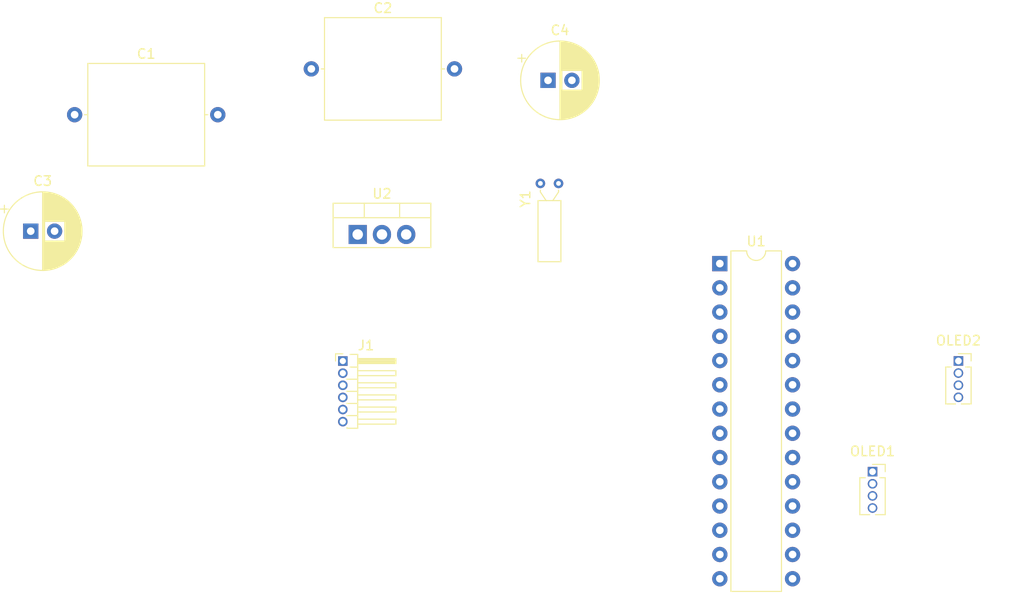
<source format=kicad_pcb>
(kicad_pcb (version 20171130) (host pcbnew 5.1.2-1.fc30)

  (general
    (thickness 1.6)
    (drawings 0)
    (tracks 0)
    (zones 0)
    (modules 10)
    (nets 13)
  )

  (page A4)
  (layers
    (0 F.Cu signal)
    (31 B.Cu signal)
    (32 B.Adhes user)
    (33 F.Adhes user)
    (34 B.Paste user)
    (35 F.Paste user)
    (36 B.SilkS user)
    (37 F.SilkS user)
    (38 B.Mask user)
    (39 F.Mask user)
    (40 Dwgs.User user)
    (41 Cmts.User user)
    (42 Eco1.User user)
    (43 Eco2.User user)
    (44 Edge.Cuts user)
    (45 Margin user)
    (46 B.CrtYd user)
    (47 F.CrtYd user)
    (48 B.Fab user)
    (49 F.Fab user)
  )

  (setup
    (last_trace_width 0.25)
    (trace_clearance 0.2)
    (zone_clearance 0.508)
    (zone_45_only no)
    (trace_min 0.2)
    (via_size 0.8)
    (via_drill 0.4)
    (via_min_size 0.4)
    (via_min_drill 0.3)
    (uvia_size 0.3)
    (uvia_drill 0.1)
    (uvias_allowed no)
    (uvia_min_size 0.2)
    (uvia_min_drill 0.1)
    (edge_width 0.05)
    (segment_width 0.2)
    (pcb_text_width 0.3)
    (pcb_text_size 1.5 1.5)
    (mod_edge_width 0.12)
    (mod_text_size 1 1)
    (mod_text_width 0.15)
    (pad_size 1.524 1.524)
    (pad_drill 0.762)
    (pad_to_mask_clearance 0.051)
    (solder_mask_min_width 0.25)
    (aux_axis_origin 0 0)
    (visible_elements FFFFFF7F)
    (pcbplotparams
      (layerselection 0x010fc_ffffffff)
      (usegerberextensions false)
      (usegerberattributes false)
      (usegerberadvancedattributes false)
      (creategerberjobfile false)
      (excludeedgelayer true)
      (linewidth 0.100000)
      (plotframeref false)
      (viasonmask false)
      (mode 1)
      (useauxorigin false)
      (hpglpennumber 1)
      (hpglpenspeed 20)
      (hpglpendiameter 15.000000)
      (psnegative false)
      (psa4output false)
      (plotreference true)
      (plotvalue true)
      (plotinvisibletext false)
      (padsonsilk false)
      (subtractmaskfromsilk false)
      (outputformat 1)
      (mirror false)
      (drillshape 1)
      (scaleselection 1)
      (outputdirectory ""))
  )

  (net 0 "")
  (net 1 "Net-(C1-Pad2)")
  (net 2 GND)
  (net 3 "Net-(C2-Pad2)")
  (net 4 5v)
  (net 5 3v3)
  (net 6 TX)
  (net 7 RX)
  (net 8 RTS)
  (net 9 SDA1)
  (net 10 SCL1)
  (net 11 SDA2)
  (net 12 SCL2)

  (net_class Default "This is the default net class."
    (clearance 0.2)
    (trace_width 0.25)
    (via_dia 0.8)
    (via_drill 0.4)
    (uvia_dia 0.3)
    (uvia_drill 0.1)
    (add_net 3v3)
    (add_net 5v)
    (add_net CTS)
    (add_net GND)
    (add_net "Net-(C1-Pad2)")
    (add_net "Net-(C2-Pad2)")
    (add_net "Net-(U1-Pad11)")
    (add_net "Net-(U1-Pad12)")
    (add_net "Net-(U1-Pad13)")
    (add_net "Net-(U1-Pad14)")
    (add_net "Net-(U1-Pad15)")
    (add_net "Net-(U1-Pad16)")
    (add_net "Net-(U1-Pad17)")
    (add_net "Net-(U1-Pad18)")
    (add_net "Net-(U1-Pad19)")
    (add_net "Net-(U1-Pad21)")
    (add_net "Net-(U1-Pad23)")
    (add_net "Net-(U1-Pad24)")
    (add_net "Net-(U1-Pad4)")
    (add_net "Net-(U1-Pad5)")
    (add_net "Net-(U1-Pad6)")
    (add_net RTS)
    (add_net RX)
    (add_net SCL1)
    (add_net SCL2)
    (add_net SDA1)
    (add_net SDA2)
    (add_net TX)
  )

  (module Crystal:Crystal_DS26_D2.0mm_L6.0mm_Horizontal (layer F.Cu) (tedit 5A0FD1B2) (tstamp 5D16734F)
    (at 134.8 77.2)
    (descr "Crystal THT DS26 6.0mm length 2.0mm diameter http://www.microcrystal.com/images/_Product-Documentation/03_TF_metal_Packages/01_Datasheet/DS-Series.pdf")
    (tags ['DS26'])
    (path /5D1C6EA4)
    (fp_text reference Y1 (at -1.57 1.625 90) (layer F.SilkS)
      (effects (font (size 1 1) (thickness 0.15)))
    )
    (fp_text value 16MHz (at 3.47 1.625 90) (layer F.Fab)
      (effects (font (size 1 1) (thickness 0.15)))
    )
    (fp_line (start 2.7 -0.8) (end -0.8 -0.8) (layer F.CrtYd) (width 0.05))
    (fp_line (start 2.7 8.8) (end 2.7 -0.8) (layer F.CrtYd) (width 0.05))
    (fp_line (start -0.8 8.8) (end 2.7 8.8) (layer F.CrtYd) (width 0.05))
    (fp_line (start -0.8 -0.8) (end -0.8 8.8) (layer F.CrtYd) (width 0.05))
    (fp_line (start 1.9 0.9) (end 1.9 0.7) (layer F.SilkS) (width 0.12))
    (fp_line (start 1.3 1.8) (end 1.9 0.9) (layer F.SilkS) (width 0.12))
    (fp_line (start 0 0.9) (end 0 0.7) (layer F.SilkS) (width 0.12))
    (fp_line (start 0.6 1.8) (end 0 0.9) (layer F.SilkS) (width 0.12))
    (fp_line (start 2.15 1.8) (end -0.25 1.8) (layer F.SilkS) (width 0.12))
    (fp_line (start 2.15 8.2) (end 2.15 1.8) (layer F.SilkS) (width 0.12))
    (fp_line (start -0.25 8.2) (end 2.15 8.2) (layer F.SilkS) (width 0.12))
    (fp_line (start -0.25 1.8) (end -0.25 8.2) (layer F.SilkS) (width 0.12))
    (fp_line (start 1.9 1) (end 1.9 0) (layer F.Fab) (width 0.1))
    (fp_line (start 1.3 2) (end 1.9 1) (layer F.Fab) (width 0.1))
    (fp_line (start 0 1) (end 0 0) (layer F.Fab) (width 0.1))
    (fp_line (start 0.6 2) (end 0 1) (layer F.Fab) (width 0.1))
    (fp_line (start 1.95 2) (end -0.05 2) (layer F.Fab) (width 0.1))
    (fp_line (start 1.95 8) (end 1.95 2) (layer F.Fab) (width 0.1))
    (fp_line (start -0.05 8) (end 1.95 8) (layer F.Fab) (width 0.1))
    (fp_line (start -0.05 2) (end -0.05 8) (layer F.Fab) (width 0.1))
    (fp_text user %R (at 1 4.75 90) (layer F.Fab)
      (effects (font (size 0.7 0.7) (thickness 0.105)))
    )
    (pad 2 thru_hole circle (at 1.9 0) (size 1 1) (drill 0.5) (layers *.Cu *.Mask)
      (net 1 "Net-(C1-Pad2)"))
    (pad 1 thru_hole circle (at 0 0) (size 1 1) (drill 0.5) (layers *.Cu *.Mask)
      (net 3 "Net-(C2-Pad2)"))
    (model ${KISYS3DMOD}/Crystal.3dshapes/Crystal_DS26_D2.0mm_L6.0mm_Horizontal.wrl
      (at (xyz 0 0 0))
      (scale (xyz 1 1 1))
      (rotate (xyz 0 0 0))
    )
  )

  (module Package_TO_SOT_THT:TO-220-3_Vertical (layer F.Cu) (tedit 5AC8BA0D) (tstamp 5D167334)
    (at 115.66 82.55)
    (descr "TO-220-3, Vertical, RM 2.54mm, see https://www.vishay.com/docs/66542/to-220-1.pdf")
    (tags "TO-220-3 Vertical RM 2.54mm")
    (path /5D1815C8)
    (fp_text reference U2 (at 2.54 -4.27) (layer F.SilkS)
      (effects (font (size 1 1) (thickness 0.15)))
    )
    (fp_text value LM1117-3.3 (at 2.54 2.5) (layer F.Fab)
      (effects (font (size 1 1) (thickness 0.15)))
    )
    (fp_text user %R (at 2.54 -4.27) (layer F.Fab)
      (effects (font (size 1 1) (thickness 0.15)))
    )
    (fp_line (start 7.79 -3.4) (end -2.71 -3.4) (layer F.CrtYd) (width 0.05))
    (fp_line (start 7.79 1.51) (end 7.79 -3.4) (layer F.CrtYd) (width 0.05))
    (fp_line (start -2.71 1.51) (end 7.79 1.51) (layer F.CrtYd) (width 0.05))
    (fp_line (start -2.71 -3.4) (end -2.71 1.51) (layer F.CrtYd) (width 0.05))
    (fp_line (start 4.391 -3.27) (end 4.391 -1.76) (layer F.SilkS) (width 0.12))
    (fp_line (start 0.69 -3.27) (end 0.69 -1.76) (layer F.SilkS) (width 0.12))
    (fp_line (start -2.58 -1.76) (end 7.66 -1.76) (layer F.SilkS) (width 0.12))
    (fp_line (start 7.66 -3.27) (end 7.66 1.371) (layer F.SilkS) (width 0.12))
    (fp_line (start -2.58 -3.27) (end -2.58 1.371) (layer F.SilkS) (width 0.12))
    (fp_line (start -2.58 1.371) (end 7.66 1.371) (layer F.SilkS) (width 0.12))
    (fp_line (start -2.58 -3.27) (end 7.66 -3.27) (layer F.SilkS) (width 0.12))
    (fp_line (start 4.39 -3.15) (end 4.39 -1.88) (layer F.Fab) (width 0.1))
    (fp_line (start 0.69 -3.15) (end 0.69 -1.88) (layer F.Fab) (width 0.1))
    (fp_line (start -2.46 -1.88) (end 7.54 -1.88) (layer F.Fab) (width 0.1))
    (fp_line (start 7.54 -3.15) (end -2.46 -3.15) (layer F.Fab) (width 0.1))
    (fp_line (start 7.54 1.25) (end 7.54 -3.15) (layer F.Fab) (width 0.1))
    (fp_line (start -2.46 1.25) (end 7.54 1.25) (layer F.Fab) (width 0.1))
    (fp_line (start -2.46 -3.15) (end -2.46 1.25) (layer F.Fab) (width 0.1))
    (pad 3 thru_hole oval (at 5.08 0) (size 1.905 2) (drill 1.1) (layers *.Cu *.Mask)
      (net 4 5v))
    (pad 2 thru_hole oval (at 2.54 0) (size 1.905 2) (drill 1.1) (layers *.Cu *.Mask)
      (net 5 3v3))
    (pad 1 thru_hole rect (at 0 0) (size 1.905 2) (drill 1.1) (layers *.Cu *.Mask)
      (net 2 GND))
    (model ${KISYS3DMOD}/Package_TO_SOT_THT.3dshapes/TO-220-3_Vertical.wrl
      (at (xyz 0 0 0))
      (scale (xyz 1 1 1))
      (rotate (xyz 0 0 0))
    )
  )

  (module Package_DIP:DIP-28_W7.62mm (layer F.Cu) (tedit 5A02E8C5) (tstamp 5D16731A)
    (at 153.6 85.6)
    (descr "28-lead though-hole mounted DIP package, row spacing 7.62 mm (300 mils)")
    (tags "THT DIP DIL PDIP 2.54mm 7.62mm 300mil")
    (path /5D187C47)
    (fp_text reference U1 (at 3.81 -2.33) (layer F.SilkS)
      (effects (font (size 1 1) (thickness 0.15)))
    )
    (fp_text value ATmega328-PU (at 3.81 35.35) (layer F.Fab)
      (effects (font (size 1 1) (thickness 0.15)))
    )
    (fp_text user %R (at 3.81 16.51) (layer F.Fab)
      (effects (font (size 1 1) (thickness 0.15)))
    )
    (fp_line (start 8.7 -1.55) (end -1.1 -1.55) (layer F.CrtYd) (width 0.05))
    (fp_line (start 8.7 34.55) (end 8.7 -1.55) (layer F.CrtYd) (width 0.05))
    (fp_line (start -1.1 34.55) (end 8.7 34.55) (layer F.CrtYd) (width 0.05))
    (fp_line (start -1.1 -1.55) (end -1.1 34.55) (layer F.CrtYd) (width 0.05))
    (fp_line (start 6.46 -1.33) (end 4.81 -1.33) (layer F.SilkS) (width 0.12))
    (fp_line (start 6.46 34.35) (end 6.46 -1.33) (layer F.SilkS) (width 0.12))
    (fp_line (start 1.16 34.35) (end 6.46 34.35) (layer F.SilkS) (width 0.12))
    (fp_line (start 1.16 -1.33) (end 1.16 34.35) (layer F.SilkS) (width 0.12))
    (fp_line (start 2.81 -1.33) (end 1.16 -1.33) (layer F.SilkS) (width 0.12))
    (fp_line (start 0.635 -0.27) (end 1.635 -1.27) (layer F.Fab) (width 0.1))
    (fp_line (start 0.635 34.29) (end 0.635 -0.27) (layer F.Fab) (width 0.1))
    (fp_line (start 6.985 34.29) (end 0.635 34.29) (layer F.Fab) (width 0.1))
    (fp_line (start 6.985 -1.27) (end 6.985 34.29) (layer F.Fab) (width 0.1))
    (fp_line (start 1.635 -1.27) (end 6.985 -1.27) (layer F.Fab) (width 0.1))
    (fp_arc (start 3.81 -1.33) (end 2.81 -1.33) (angle -180) (layer F.SilkS) (width 0.12))
    (pad 28 thru_hole oval (at 7.62 0) (size 1.6 1.6) (drill 0.8) (layers *.Cu *.Mask)
      (net 12 SCL2))
    (pad 14 thru_hole oval (at 0 33.02) (size 1.6 1.6) (drill 0.8) (layers *.Cu *.Mask))
    (pad 27 thru_hole oval (at 7.62 2.54) (size 1.6 1.6) (drill 0.8) (layers *.Cu *.Mask)
      (net 11 SDA2))
    (pad 13 thru_hole oval (at 0 30.48) (size 1.6 1.6) (drill 0.8) (layers *.Cu *.Mask))
    (pad 26 thru_hole oval (at 7.62 5.08) (size 1.6 1.6) (drill 0.8) (layers *.Cu *.Mask)
      (net 10 SCL1))
    (pad 12 thru_hole oval (at 0 27.94) (size 1.6 1.6) (drill 0.8) (layers *.Cu *.Mask))
    (pad 25 thru_hole oval (at 7.62 7.62) (size 1.6 1.6) (drill 0.8) (layers *.Cu *.Mask)
      (net 9 SDA1))
    (pad 11 thru_hole oval (at 0 25.4) (size 1.6 1.6) (drill 0.8) (layers *.Cu *.Mask))
    (pad 24 thru_hole oval (at 7.62 10.16) (size 1.6 1.6) (drill 0.8) (layers *.Cu *.Mask))
    (pad 10 thru_hole oval (at 0 22.86) (size 1.6 1.6) (drill 0.8) (layers *.Cu *.Mask)
      (net 3 "Net-(C2-Pad2)"))
    (pad 23 thru_hole oval (at 7.62 12.7) (size 1.6 1.6) (drill 0.8) (layers *.Cu *.Mask))
    (pad 9 thru_hole oval (at 0 20.32) (size 1.6 1.6) (drill 0.8) (layers *.Cu *.Mask)
      (net 1 "Net-(C1-Pad2)"))
    (pad 22 thru_hole oval (at 7.62 15.24) (size 1.6 1.6) (drill 0.8) (layers *.Cu *.Mask)
      (net 2 GND))
    (pad 8 thru_hole oval (at 0 17.78) (size 1.6 1.6) (drill 0.8) (layers *.Cu *.Mask)
      (net 2 GND))
    (pad 21 thru_hole oval (at 7.62 17.78) (size 1.6 1.6) (drill 0.8) (layers *.Cu *.Mask))
    (pad 7 thru_hole oval (at 0 15.24) (size 1.6 1.6) (drill 0.8) (layers *.Cu *.Mask)
      (net 5 3v3))
    (pad 20 thru_hole oval (at 7.62 20.32) (size 1.6 1.6) (drill 0.8) (layers *.Cu *.Mask)
      (net 5 3v3))
    (pad 6 thru_hole oval (at 0 12.7) (size 1.6 1.6) (drill 0.8) (layers *.Cu *.Mask))
    (pad 19 thru_hole oval (at 7.62 22.86) (size 1.6 1.6) (drill 0.8) (layers *.Cu *.Mask))
    (pad 5 thru_hole oval (at 0 10.16) (size 1.6 1.6) (drill 0.8) (layers *.Cu *.Mask))
    (pad 18 thru_hole oval (at 7.62 25.4) (size 1.6 1.6) (drill 0.8) (layers *.Cu *.Mask))
    (pad 4 thru_hole oval (at 0 7.62) (size 1.6 1.6) (drill 0.8) (layers *.Cu *.Mask))
    (pad 17 thru_hole oval (at 7.62 27.94) (size 1.6 1.6) (drill 0.8) (layers *.Cu *.Mask))
    (pad 3 thru_hole oval (at 0 5.08) (size 1.6 1.6) (drill 0.8) (layers *.Cu *.Mask)
      (net 6 TX))
    (pad 16 thru_hole oval (at 7.62 30.48) (size 1.6 1.6) (drill 0.8) (layers *.Cu *.Mask))
    (pad 2 thru_hole oval (at 0 2.54) (size 1.6 1.6) (drill 0.8) (layers *.Cu *.Mask)
      (net 7 RX))
    (pad 15 thru_hole oval (at 7.62 33.02) (size 1.6 1.6) (drill 0.8) (layers *.Cu *.Mask))
    (pad 1 thru_hole rect (at 0 0) (size 1.6 1.6) (drill 0.8) (layers *.Cu *.Mask)
      (net 8 RTS))
    (model ${KISYS3DMOD}/Package_DIP.3dshapes/DIP-28_W7.62mm.wrl
      (at (xyz 0 0 0))
      (scale (xyz 1 1 1))
      (rotate (xyz 0 0 0))
    )
  )

  (module Connector_PinSocket_1.27mm:PinSocket_1x04_P1.27mm_Vertical (layer F.Cu) (tedit 5A19A420) (tstamp 5D1672EA)
    (at 178.6 95.8)
    (descr "Through hole straight socket strip, 1x04, 1.27mm pitch, single row (from Kicad 4.0.7), script generated")
    (tags "Through hole socket strip THT 1x04 1.27mm single row")
    (path /5C548570)
    (fp_text reference OLED2 (at 0 -2.135) (layer F.SilkS)
      (effects (font (size 1 1) (thickness 0.15)))
    )
    (fp_text value SH1106_I2C_OLED (at 0 5.945) (layer F.Fab)
      (effects (font (size 1 1) (thickness 0.15)))
    )
    (fp_text user %R (at 0 1.905 90) (layer F.Fab)
      (effects (font (size 1 1) (thickness 0.15)))
    )
    (fp_line (start -1.8 4.95) (end -1.8 -1.15) (layer F.CrtYd) (width 0.05))
    (fp_line (start 1.75 4.95) (end -1.8 4.95) (layer F.CrtYd) (width 0.05))
    (fp_line (start 1.75 -1.15) (end 1.75 4.95) (layer F.CrtYd) (width 0.05))
    (fp_line (start -1.8 -1.15) (end 1.75 -1.15) (layer F.CrtYd) (width 0.05))
    (fp_line (start 0 -0.76) (end 1.33 -0.76) (layer F.SilkS) (width 0.12))
    (fp_line (start 1.33 -0.76) (end 1.33 0) (layer F.SilkS) (width 0.12))
    (fp_line (start 1.33 0.635) (end 1.33 4.505) (layer F.SilkS) (width 0.12))
    (fp_line (start 0.30753 4.505) (end 1.33 4.505) (layer F.SilkS) (width 0.12))
    (fp_line (start -1.33 4.505) (end -0.30753 4.505) (layer F.SilkS) (width 0.12))
    (fp_line (start -1.33 0.635) (end -1.33 4.505) (layer F.SilkS) (width 0.12))
    (fp_line (start 0.76 0.635) (end 1.33 0.635) (layer F.SilkS) (width 0.12))
    (fp_line (start -1.33 0.635) (end -0.76 0.635) (layer F.SilkS) (width 0.12))
    (fp_line (start -1.27 4.445) (end -1.27 -0.635) (layer F.Fab) (width 0.1))
    (fp_line (start 1.27 4.445) (end -1.27 4.445) (layer F.Fab) (width 0.1))
    (fp_line (start 1.27 0) (end 1.27 4.445) (layer F.Fab) (width 0.1))
    (fp_line (start 0.635 -0.635) (end 1.27 0) (layer F.Fab) (width 0.1))
    (fp_line (start -1.27 -0.635) (end 0.635 -0.635) (layer F.Fab) (width 0.1))
    (pad 4 thru_hole oval (at 0 3.81) (size 1 1) (drill 0.7) (layers *.Cu *.Mask)
      (net 11 SDA2))
    (pad 3 thru_hole oval (at 0 2.54) (size 1 1) (drill 0.7) (layers *.Cu *.Mask)
      (net 12 SCL2))
    (pad 2 thru_hole oval (at 0 1.27) (size 1 1) (drill 0.7) (layers *.Cu *.Mask)
      (net 2 GND))
    (pad 1 thru_hole rect (at 0 0) (size 1 1) (drill 0.7) (layers *.Cu *.Mask)
      (net 5 3v3))
    (model ${KISYS3DMOD}/Connector_PinSocket_1.27mm.3dshapes/PinSocket_1x04_P1.27mm_Vertical.wrl
      (at (xyz 0 0 0))
      (scale (xyz 1 1 1))
      (rotate (xyz 0 0 0))
    )
  )

  (module Connector_PinSocket_1.27mm:PinSocket_1x04_P1.27mm_Vertical (layer F.Cu) (tedit 5A19A420) (tstamp 5D167DAF)
    (at 169.6 107.4)
    (descr "Through hole straight socket strip, 1x04, 1.27mm pitch, single row (from Kicad 4.0.7), script generated")
    (tags "Through hole socket strip THT 1x04 1.27mm single row")
    (path /5D168B9C)
    (fp_text reference OLED1 (at 0 -2.135) (layer F.SilkS)
      (effects (font (size 1 1) (thickness 0.15)))
    )
    (fp_text value SH1106_I2C_OLED (at 0 5.945) (layer F.Fab)
      (effects (font (size 1 1) (thickness 0.15)))
    )
    (fp_text user %R (at 0 1.905 90) (layer F.Fab)
      (effects (font (size 1 1) (thickness 0.15)))
    )
    (fp_line (start -1.8 4.95) (end -1.8 -1.15) (layer F.CrtYd) (width 0.05))
    (fp_line (start 1.75 4.95) (end -1.8 4.95) (layer F.CrtYd) (width 0.05))
    (fp_line (start 1.75 -1.15) (end 1.75 4.95) (layer F.CrtYd) (width 0.05))
    (fp_line (start -1.8 -1.15) (end 1.75 -1.15) (layer F.CrtYd) (width 0.05))
    (fp_line (start 0 -0.76) (end 1.33 -0.76) (layer F.SilkS) (width 0.12))
    (fp_line (start 1.33 -0.76) (end 1.33 0) (layer F.SilkS) (width 0.12))
    (fp_line (start 1.33 0.635) (end 1.33 4.505) (layer F.SilkS) (width 0.12))
    (fp_line (start 0.30753 4.505) (end 1.33 4.505) (layer F.SilkS) (width 0.12))
    (fp_line (start -1.33 4.505) (end -0.30753 4.505) (layer F.SilkS) (width 0.12))
    (fp_line (start -1.33 0.635) (end -1.33 4.505) (layer F.SilkS) (width 0.12))
    (fp_line (start 0.76 0.635) (end 1.33 0.635) (layer F.SilkS) (width 0.12))
    (fp_line (start -1.33 0.635) (end -0.76 0.635) (layer F.SilkS) (width 0.12))
    (fp_line (start -1.27 4.445) (end -1.27 -0.635) (layer F.Fab) (width 0.1))
    (fp_line (start 1.27 4.445) (end -1.27 4.445) (layer F.Fab) (width 0.1))
    (fp_line (start 1.27 0) (end 1.27 4.445) (layer F.Fab) (width 0.1))
    (fp_line (start 0.635 -0.635) (end 1.27 0) (layer F.Fab) (width 0.1))
    (fp_line (start -1.27 -0.635) (end 0.635 -0.635) (layer F.Fab) (width 0.1))
    (pad 4 thru_hole oval (at 0 3.81) (size 1 1) (drill 0.7) (layers *.Cu *.Mask)
      (net 9 SDA1))
    (pad 3 thru_hole oval (at 0 2.54) (size 1 1) (drill 0.7) (layers *.Cu *.Mask)
      (net 10 SCL1))
    (pad 2 thru_hole oval (at 0 1.27) (size 1 1) (drill 0.7) (layers *.Cu *.Mask)
      (net 2 GND))
    (pad 1 thru_hole rect (at 0 0) (size 1 1) (drill 0.7) (layers *.Cu *.Mask)
      (net 5 3v3))
    (model ${KISYS3DMOD}/Connector_PinSocket_1.27mm.3dshapes/PinSocket_1x04_P1.27mm_Vertical.wrl
      (at (xyz 0 0 0))
      (scale (xyz 1 1 1))
      (rotate (xyz 0 0 0))
    )
  )

  (module Connector_PinHeader_1.27mm:PinHeader_1x06_P1.27mm_Horizontal (layer F.Cu) (tedit 59FED6E3) (tstamp 5D1672B6)
    (at 114.1 95.81)
    (descr "Through hole angled pin header, 1x06, 1.27mm pitch, 4.0mm pin length, single row")
    (tags "Through hole angled pin header THT 1x06 1.27mm single row")
    (path /5D16E4E1)
    (fp_text reference J1 (at 2.4325 -1.635) (layer F.SilkS)
      (effects (font (size 1 1) (thickness 0.15)))
    )
    (fp_text value Serial/FTDI (at 2.4325 7.985) (layer F.Fab)
      (effects (font (size 1 1) (thickness 0.15)))
    )
    (fp_text user %R (at 1 3.175 90) (layer F.Fab)
      (effects (font (size 0.6 0.6) (thickness 0.09)))
    )
    (fp_line (start 6 -1.15) (end -1.15 -1.15) (layer F.CrtYd) (width 0.05))
    (fp_line (start 6 7.5) (end 6 -1.15) (layer F.CrtYd) (width 0.05))
    (fp_line (start -1.15 7.5) (end 6 7.5) (layer F.CrtYd) (width 0.05))
    (fp_line (start -1.15 -1.15) (end -1.15 7.5) (layer F.CrtYd) (width 0.05))
    (fp_line (start -0.76 -0.76) (end 0 -0.76) (layer F.SilkS) (width 0.12))
    (fp_line (start -0.76 0) (end -0.76 -0.76) (layer F.SilkS) (width 0.12))
    (fp_line (start 5.56 6.61) (end 1.56 6.61) (layer F.SilkS) (width 0.12))
    (fp_line (start 5.56 6.09) (end 5.56 6.61) (layer F.SilkS) (width 0.12))
    (fp_line (start 1.56 6.09) (end 5.56 6.09) (layer F.SilkS) (width 0.12))
    (fp_line (start 0.44 5.699677) (end 0.44 5.730323) (layer F.SilkS) (width 0.12))
    (fp_line (start 0.44 5.715) (end 1.56 5.715) (layer F.SilkS) (width 0.12))
    (fp_line (start 5.56 5.34) (end 1.56 5.34) (layer F.SilkS) (width 0.12))
    (fp_line (start 5.56 4.82) (end 5.56 5.34) (layer F.SilkS) (width 0.12))
    (fp_line (start 1.56 4.82) (end 5.56 4.82) (layer F.SilkS) (width 0.12))
    (fp_line (start 0.44 4.429677) (end 0.44 4.460323) (layer F.SilkS) (width 0.12))
    (fp_line (start 0.44 4.445) (end 1.56 4.445) (layer F.SilkS) (width 0.12))
    (fp_line (start 5.56 4.07) (end 1.56 4.07) (layer F.SilkS) (width 0.12))
    (fp_line (start 5.56 3.55) (end 5.56 4.07) (layer F.SilkS) (width 0.12))
    (fp_line (start 1.56 3.55) (end 5.56 3.55) (layer F.SilkS) (width 0.12))
    (fp_line (start 0.44 3.159677) (end 0.44 3.190323) (layer F.SilkS) (width 0.12))
    (fp_line (start 0.44 3.175) (end 1.56 3.175) (layer F.SilkS) (width 0.12))
    (fp_line (start 5.56 2.8) (end 1.56 2.8) (layer F.SilkS) (width 0.12))
    (fp_line (start 5.56 2.28) (end 5.56 2.8) (layer F.SilkS) (width 0.12))
    (fp_line (start 1.56 2.28) (end 5.56 2.28) (layer F.SilkS) (width 0.12))
    (fp_line (start 0.44 1.889677) (end 0.44 1.920323) (layer F.SilkS) (width 0.12))
    (fp_line (start 0.44 1.905) (end 1.56 1.905) (layer F.SilkS) (width 0.12))
    (fp_line (start 5.56 1.53) (end 1.56 1.53) (layer F.SilkS) (width 0.12))
    (fp_line (start 5.56 1.01) (end 5.56 1.53) (layer F.SilkS) (width 0.12))
    (fp_line (start 1.56 1.01) (end 5.56 1.01) (layer F.SilkS) (width 0.12))
    (fp_line (start 0.76 0.635) (end 1.56 0.635) (layer F.SilkS) (width 0.12))
    (fp_line (start 1.56 0.16) (end 5.56 0.16) (layer F.SilkS) (width 0.12))
    (fp_line (start 1.56 0.04) (end 5.56 0.04) (layer F.SilkS) (width 0.12))
    (fp_line (start 1.56 -0.08) (end 5.56 -0.08) (layer F.SilkS) (width 0.12))
    (fp_line (start 1.56 -0.2) (end 5.56 -0.2) (layer F.SilkS) (width 0.12))
    (fp_line (start 5.56 0.26) (end 1.56 0.26) (layer F.SilkS) (width 0.12))
    (fp_line (start 5.56 -0.26) (end 5.56 0.26) (layer F.SilkS) (width 0.12))
    (fp_line (start 1.56 -0.26) (end 5.56 -0.26) (layer F.SilkS) (width 0.12))
    (fp_line (start 0.44 7.045) (end 0.44 6.969677) (layer F.SilkS) (width 0.12))
    (fp_line (start 1.56 7.045) (end 0.44 7.045) (layer F.SilkS) (width 0.12))
    (fp_line (start 1.56 -0.695) (end 1.56 7.045) (layer F.SilkS) (width 0.12))
    (fp_line (start 0.76 -0.695) (end 1.56 -0.695) (layer F.SilkS) (width 0.12))
    (fp_line (start 1.5 6.55) (end 5.5 6.55) (layer F.Fab) (width 0.1))
    (fp_line (start 5.5 6.15) (end 5.5 6.55) (layer F.Fab) (width 0.1))
    (fp_line (start 1.5 6.15) (end 5.5 6.15) (layer F.Fab) (width 0.1))
    (fp_line (start -0.2 6.55) (end 0.5 6.55) (layer F.Fab) (width 0.1))
    (fp_line (start -0.2 6.15) (end -0.2 6.55) (layer F.Fab) (width 0.1))
    (fp_line (start -0.2 6.15) (end 0.5 6.15) (layer F.Fab) (width 0.1))
    (fp_line (start 1.5 5.28) (end 5.5 5.28) (layer F.Fab) (width 0.1))
    (fp_line (start 5.5 4.88) (end 5.5 5.28) (layer F.Fab) (width 0.1))
    (fp_line (start 1.5 4.88) (end 5.5 4.88) (layer F.Fab) (width 0.1))
    (fp_line (start -0.2 5.28) (end 0.5 5.28) (layer F.Fab) (width 0.1))
    (fp_line (start -0.2 4.88) (end -0.2 5.28) (layer F.Fab) (width 0.1))
    (fp_line (start -0.2 4.88) (end 0.5 4.88) (layer F.Fab) (width 0.1))
    (fp_line (start 1.5 4.01) (end 5.5 4.01) (layer F.Fab) (width 0.1))
    (fp_line (start 5.5 3.61) (end 5.5 4.01) (layer F.Fab) (width 0.1))
    (fp_line (start 1.5 3.61) (end 5.5 3.61) (layer F.Fab) (width 0.1))
    (fp_line (start -0.2 4.01) (end 0.5 4.01) (layer F.Fab) (width 0.1))
    (fp_line (start -0.2 3.61) (end -0.2 4.01) (layer F.Fab) (width 0.1))
    (fp_line (start -0.2 3.61) (end 0.5 3.61) (layer F.Fab) (width 0.1))
    (fp_line (start 1.5 2.74) (end 5.5 2.74) (layer F.Fab) (width 0.1))
    (fp_line (start 5.5 2.34) (end 5.5 2.74) (layer F.Fab) (width 0.1))
    (fp_line (start 1.5 2.34) (end 5.5 2.34) (layer F.Fab) (width 0.1))
    (fp_line (start -0.2 2.74) (end 0.5 2.74) (layer F.Fab) (width 0.1))
    (fp_line (start -0.2 2.34) (end -0.2 2.74) (layer F.Fab) (width 0.1))
    (fp_line (start -0.2 2.34) (end 0.5 2.34) (layer F.Fab) (width 0.1))
    (fp_line (start 1.5 1.47) (end 5.5 1.47) (layer F.Fab) (width 0.1))
    (fp_line (start 5.5 1.07) (end 5.5 1.47) (layer F.Fab) (width 0.1))
    (fp_line (start 1.5 1.07) (end 5.5 1.07) (layer F.Fab) (width 0.1))
    (fp_line (start -0.2 1.47) (end 0.5 1.47) (layer F.Fab) (width 0.1))
    (fp_line (start -0.2 1.07) (end -0.2 1.47) (layer F.Fab) (width 0.1))
    (fp_line (start -0.2 1.07) (end 0.5 1.07) (layer F.Fab) (width 0.1))
    (fp_line (start 1.5 0.2) (end 5.5 0.2) (layer F.Fab) (width 0.1))
    (fp_line (start 5.5 -0.2) (end 5.5 0.2) (layer F.Fab) (width 0.1))
    (fp_line (start 1.5 -0.2) (end 5.5 -0.2) (layer F.Fab) (width 0.1))
    (fp_line (start -0.2 0.2) (end 0.5 0.2) (layer F.Fab) (width 0.1))
    (fp_line (start -0.2 -0.2) (end -0.2 0.2) (layer F.Fab) (width 0.1))
    (fp_line (start -0.2 -0.2) (end 0.5 -0.2) (layer F.Fab) (width 0.1))
    (fp_line (start 0.5 -0.385) (end 0.75 -0.635) (layer F.Fab) (width 0.1))
    (fp_line (start 0.5 6.985) (end 0.5 -0.385) (layer F.Fab) (width 0.1))
    (fp_line (start 1.5 6.985) (end 0.5 6.985) (layer F.Fab) (width 0.1))
    (fp_line (start 1.5 -0.635) (end 1.5 6.985) (layer F.Fab) (width 0.1))
    (fp_line (start 0.75 -0.635) (end 1.5 -0.635) (layer F.Fab) (width 0.1))
    (pad 6 thru_hole oval (at 0 6.35) (size 1 1) (drill 0.65) (layers *.Cu *.Mask)
      (net 2 GND))
    (pad 5 thru_hole oval (at 0 5.08) (size 1 1) (drill 0.65) (layers *.Cu *.Mask))
    (pad 4 thru_hole oval (at 0 3.81) (size 1 1) (drill 0.65) (layers *.Cu *.Mask)
      (net 4 5v))
    (pad 3 thru_hole oval (at 0 2.54) (size 1 1) (drill 0.65) (layers *.Cu *.Mask)
      (net 6 TX))
    (pad 2 thru_hole oval (at 0 1.27) (size 1 1) (drill 0.65) (layers *.Cu *.Mask)
      (net 7 RX))
    (pad 1 thru_hole rect (at 0 0) (size 1 1) (drill 0.65) (layers *.Cu *.Mask)
      (net 8 RTS))
    (model ${KISYS3DMOD}/Connector_PinHeader_1.27mm.3dshapes/PinHeader_1x06_P1.27mm_Horizontal.wrl
      (at (xyz 0 0 0))
      (scale (xyz 1 1 1))
      (rotate (xyz 0 0 0))
    )
  )

  (module Capacitor_THT:CP_Radial_D8.0mm_P2.50mm (layer F.Cu) (tedit 5AE50EF0) (tstamp 5D167259)
    (at 135.6 66.4)
    (descr "CP, Radial series, Radial, pin pitch=2.50mm, , diameter=8mm, Electrolytic Capacitor")
    (tags "CP Radial series Radial pin pitch 2.50mm  diameter 8mm Electrolytic Capacitor")
    (path /5D1973B2)
    (fp_text reference C4 (at 1.25 -5.25) (layer F.SilkS)
      (effects (font (size 1 1) (thickness 0.15)))
    )
    (fp_text value C (at 1.25 5.25) (layer F.Fab)
      (effects (font (size 1 1) (thickness 0.15)))
    )
    (fp_text user %R (at 1.25 0) (layer F.Fab)
      (effects (font (size 1 1) (thickness 0.15)))
    )
    (fp_line (start -2.759698 -2.715) (end -2.759698 -1.915) (layer F.SilkS) (width 0.12))
    (fp_line (start -3.159698 -2.315) (end -2.359698 -2.315) (layer F.SilkS) (width 0.12))
    (fp_line (start 5.331 -0.533) (end 5.331 0.533) (layer F.SilkS) (width 0.12))
    (fp_line (start 5.291 -0.768) (end 5.291 0.768) (layer F.SilkS) (width 0.12))
    (fp_line (start 5.251 -0.948) (end 5.251 0.948) (layer F.SilkS) (width 0.12))
    (fp_line (start 5.211 -1.098) (end 5.211 1.098) (layer F.SilkS) (width 0.12))
    (fp_line (start 5.171 -1.229) (end 5.171 1.229) (layer F.SilkS) (width 0.12))
    (fp_line (start 5.131 -1.346) (end 5.131 1.346) (layer F.SilkS) (width 0.12))
    (fp_line (start 5.091 -1.453) (end 5.091 1.453) (layer F.SilkS) (width 0.12))
    (fp_line (start 5.051 -1.552) (end 5.051 1.552) (layer F.SilkS) (width 0.12))
    (fp_line (start 5.011 -1.645) (end 5.011 1.645) (layer F.SilkS) (width 0.12))
    (fp_line (start 4.971 -1.731) (end 4.971 1.731) (layer F.SilkS) (width 0.12))
    (fp_line (start 4.931 -1.813) (end 4.931 1.813) (layer F.SilkS) (width 0.12))
    (fp_line (start 4.891 -1.89) (end 4.891 1.89) (layer F.SilkS) (width 0.12))
    (fp_line (start 4.851 -1.964) (end 4.851 1.964) (layer F.SilkS) (width 0.12))
    (fp_line (start 4.811 -2.034) (end 4.811 2.034) (layer F.SilkS) (width 0.12))
    (fp_line (start 4.771 -2.102) (end 4.771 2.102) (layer F.SilkS) (width 0.12))
    (fp_line (start 4.731 -2.166) (end 4.731 2.166) (layer F.SilkS) (width 0.12))
    (fp_line (start 4.691 -2.228) (end 4.691 2.228) (layer F.SilkS) (width 0.12))
    (fp_line (start 4.651 -2.287) (end 4.651 2.287) (layer F.SilkS) (width 0.12))
    (fp_line (start 4.611 -2.345) (end 4.611 2.345) (layer F.SilkS) (width 0.12))
    (fp_line (start 4.571 -2.4) (end 4.571 2.4) (layer F.SilkS) (width 0.12))
    (fp_line (start 4.531 -2.454) (end 4.531 2.454) (layer F.SilkS) (width 0.12))
    (fp_line (start 4.491 -2.505) (end 4.491 2.505) (layer F.SilkS) (width 0.12))
    (fp_line (start 4.451 -2.556) (end 4.451 2.556) (layer F.SilkS) (width 0.12))
    (fp_line (start 4.411 -2.604) (end 4.411 2.604) (layer F.SilkS) (width 0.12))
    (fp_line (start 4.371 -2.651) (end 4.371 2.651) (layer F.SilkS) (width 0.12))
    (fp_line (start 4.331 -2.697) (end 4.331 2.697) (layer F.SilkS) (width 0.12))
    (fp_line (start 4.291 -2.741) (end 4.291 2.741) (layer F.SilkS) (width 0.12))
    (fp_line (start 4.251 -2.784) (end 4.251 2.784) (layer F.SilkS) (width 0.12))
    (fp_line (start 4.211 -2.826) (end 4.211 2.826) (layer F.SilkS) (width 0.12))
    (fp_line (start 4.171 -2.867) (end 4.171 2.867) (layer F.SilkS) (width 0.12))
    (fp_line (start 4.131 -2.907) (end 4.131 2.907) (layer F.SilkS) (width 0.12))
    (fp_line (start 4.091 -2.945) (end 4.091 2.945) (layer F.SilkS) (width 0.12))
    (fp_line (start 4.051 -2.983) (end 4.051 2.983) (layer F.SilkS) (width 0.12))
    (fp_line (start 4.011 -3.019) (end 4.011 3.019) (layer F.SilkS) (width 0.12))
    (fp_line (start 3.971 -3.055) (end 3.971 3.055) (layer F.SilkS) (width 0.12))
    (fp_line (start 3.931 -3.09) (end 3.931 3.09) (layer F.SilkS) (width 0.12))
    (fp_line (start 3.891 -3.124) (end 3.891 3.124) (layer F.SilkS) (width 0.12))
    (fp_line (start 3.851 -3.156) (end 3.851 3.156) (layer F.SilkS) (width 0.12))
    (fp_line (start 3.811 -3.189) (end 3.811 3.189) (layer F.SilkS) (width 0.12))
    (fp_line (start 3.771 -3.22) (end 3.771 3.22) (layer F.SilkS) (width 0.12))
    (fp_line (start 3.731 -3.25) (end 3.731 3.25) (layer F.SilkS) (width 0.12))
    (fp_line (start 3.691 -3.28) (end 3.691 3.28) (layer F.SilkS) (width 0.12))
    (fp_line (start 3.651 -3.309) (end 3.651 3.309) (layer F.SilkS) (width 0.12))
    (fp_line (start 3.611 -3.338) (end 3.611 3.338) (layer F.SilkS) (width 0.12))
    (fp_line (start 3.571 -3.365) (end 3.571 3.365) (layer F.SilkS) (width 0.12))
    (fp_line (start 3.531 1.04) (end 3.531 3.392) (layer F.SilkS) (width 0.12))
    (fp_line (start 3.531 -3.392) (end 3.531 -1.04) (layer F.SilkS) (width 0.12))
    (fp_line (start 3.491 1.04) (end 3.491 3.418) (layer F.SilkS) (width 0.12))
    (fp_line (start 3.491 -3.418) (end 3.491 -1.04) (layer F.SilkS) (width 0.12))
    (fp_line (start 3.451 1.04) (end 3.451 3.444) (layer F.SilkS) (width 0.12))
    (fp_line (start 3.451 -3.444) (end 3.451 -1.04) (layer F.SilkS) (width 0.12))
    (fp_line (start 3.411 1.04) (end 3.411 3.469) (layer F.SilkS) (width 0.12))
    (fp_line (start 3.411 -3.469) (end 3.411 -1.04) (layer F.SilkS) (width 0.12))
    (fp_line (start 3.371 1.04) (end 3.371 3.493) (layer F.SilkS) (width 0.12))
    (fp_line (start 3.371 -3.493) (end 3.371 -1.04) (layer F.SilkS) (width 0.12))
    (fp_line (start 3.331 1.04) (end 3.331 3.517) (layer F.SilkS) (width 0.12))
    (fp_line (start 3.331 -3.517) (end 3.331 -1.04) (layer F.SilkS) (width 0.12))
    (fp_line (start 3.291 1.04) (end 3.291 3.54) (layer F.SilkS) (width 0.12))
    (fp_line (start 3.291 -3.54) (end 3.291 -1.04) (layer F.SilkS) (width 0.12))
    (fp_line (start 3.251 1.04) (end 3.251 3.562) (layer F.SilkS) (width 0.12))
    (fp_line (start 3.251 -3.562) (end 3.251 -1.04) (layer F.SilkS) (width 0.12))
    (fp_line (start 3.211 1.04) (end 3.211 3.584) (layer F.SilkS) (width 0.12))
    (fp_line (start 3.211 -3.584) (end 3.211 -1.04) (layer F.SilkS) (width 0.12))
    (fp_line (start 3.171 1.04) (end 3.171 3.606) (layer F.SilkS) (width 0.12))
    (fp_line (start 3.171 -3.606) (end 3.171 -1.04) (layer F.SilkS) (width 0.12))
    (fp_line (start 3.131 1.04) (end 3.131 3.627) (layer F.SilkS) (width 0.12))
    (fp_line (start 3.131 -3.627) (end 3.131 -1.04) (layer F.SilkS) (width 0.12))
    (fp_line (start 3.091 1.04) (end 3.091 3.647) (layer F.SilkS) (width 0.12))
    (fp_line (start 3.091 -3.647) (end 3.091 -1.04) (layer F.SilkS) (width 0.12))
    (fp_line (start 3.051 1.04) (end 3.051 3.666) (layer F.SilkS) (width 0.12))
    (fp_line (start 3.051 -3.666) (end 3.051 -1.04) (layer F.SilkS) (width 0.12))
    (fp_line (start 3.011 1.04) (end 3.011 3.686) (layer F.SilkS) (width 0.12))
    (fp_line (start 3.011 -3.686) (end 3.011 -1.04) (layer F.SilkS) (width 0.12))
    (fp_line (start 2.971 1.04) (end 2.971 3.704) (layer F.SilkS) (width 0.12))
    (fp_line (start 2.971 -3.704) (end 2.971 -1.04) (layer F.SilkS) (width 0.12))
    (fp_line (start 2.931 1.04) (end 2.931 3.722) (layer F.SilkS) (width 0.12))
    (fp_line (start 2.931 -3.722) (end 2.931 -1.04) (layer F.SilkS) (width 0.12))
    (fp_line (start 2.891 1.04) (end 2.891 3.74) (layer F.SilkS) (width 0.12))
    (fp_line (start 2.891 -3.74) (end 2.891 -1.04) (layer F.SilkS) (width 0.12))
    (fp_line (start 2.851 1.04) (end 2.851 3.757) (layer F.SilkS) (width 0.12))
    (fp_line (start 2.851 -3.757) (end 2.851 -1.04) (layer F.SilkS) (width 0.12))
    (fp_line (start 2.811 1.04) (end 2.811 3.774) (layer F.SilkS) (width 0.12))
    (fp_line (start 2.811 -3.774) (end 2.811 -1.04) (layer F.SilkS) (width 0.12))
    (fp_line (start 2.771 1.04) (end 2.771 3.79) (layer F.SilkS) (width 0.12))
    (fp_line (start 2.771 -3.79) (end 2.771 -1.04) (layer F.SilkS) (width 0.12))
    (fp_line (start 2.731 1.04) (end 2.731 3.805) (layer F.SilkS) (width 0.12))
    (fp_line (start 2.731 -3.805) (end 2.731 -1.04) (layer F.SilkS) (width 0.12))
    (fp_line (start 2.691 1.04) (end 2.691 3.821) (layer F.SilkS) (width 0.12))
    (fp_line (start 2.691 -3.821) (end 2.691 -1.04) (layer F.SilkS) (width 0.12))
    (fp_line (start 2.651 1.04) (end 2.651 3.835) (layer F.SilkS) (width 0.12))
    (fp_line (start 2.651 -3.835) (end 2.651 -1.04) (layer F.SilkS) (width 0.12))
    (fp_line (start 2.611 1.04) (end 2.611 3.85) (layer F.SilkS) (width 0.12))
    (fp_line (start 2.611 -3.85) (end 2.611 -1.04) (layer F.SilkS) (width 0.12))
    (fp_line (start 2.571 1.04) (end 2.571 3.863) (layer F.SilkS) (width 0.12))
    (fp_line (start 2.571 -3.863) (end 2.571 -1.04) (layer F.SilkS) (width 0.12))
    (fp_line (start 2.531 1.04) (end 2.531 3.877) (layer F.SilkS) (width 0.12))
    (fp_line (start 2.531 -3.877) (end 2.531 -1.04) (layer F.SilkS) (width 0.12))
    (fp_line (start 2.491 1.04) (end 2.491 3.889) (layer F.SilkS) (width 0.12))
    (fp_line (start 2.491 -3.889) (end 2.491 -1.04) (layer F.SilkS) (width 0.12))
    (fp_line (start 2.451 1.04) (end 2.451 3.902) (layer F.SilkS) (width 0.12))
    (fp_line (start 2.451 -3.902) (end 2.451 -1.04) (layer F.SilkS) (width 0.12))
    (fp_line (start 2.411 1.04) (end 2.411 3.914) (layer F.SilkS) (width 0.12))
    (fp_line (start 2.411 -3.914) (end 2.411 -1.04) (layer F.SilkS) (width 0.12))
    (fp_line (start 2.371 1.04) (end 2.371 3.925) (layer F.SilkS) (width 0.12))
    (fp_line (start 2.371 -3.925) (end 2.371 -1.04) (layer F.SilkS) (width 0.12))
    (fp_line (start 2.331 1.04) (end 2.331 3.936) (layer F.SilkS) (width 0.12))
    (fp_line (start 2.331 -3.936) (end 2.331 -1.04) (layer F.SilkS) (width 0.12))
    (fp_line (start 2.291 1.04) (end 2.291 3.947) (layer F.SilkS) (width 0.12))
    (fp_line (start 2.291 -3.947) (end 2.291 -1.04) (layer F.SilkS) (width 0.12))
    (fp_line (start 2.251 1.04) (end 2.251 3.957) (layer F.SilkS) (width 0.12))
    (fp_line (start 2.251 -3.957) (end 2.251 -1.04) (layer F.SilkS) (width 0.12))
    (fp_line (start 2.211 1.04) (end 2.211 3.967) (layer F.SilkS) (width 0.12))
    (fp_line (start 2.211 -3.967) (end 2.211 -1.04) (layer F.SilkS) (width 0.12))
    (fp_line (start 2.171 1.04) (end 2.171 3.976) (layer F.SilkS) (width 0.12))
    (fp_line (start 2.171 -3.976) (end 2.171 -1.04) (layer F.SilkS) (width 0.12))
    (fp_line (start 2.131 1.04) (end 2.131 3.985) (layer F.SilkS) (width 0.12))
    (fp_line (start 2.131 -3.985) (end 2.131 -1.04) (layer F.SilkS) (width 0.12))
    (fp_line (start 2.091 1.04) (end 2.091 3.994) (layer F.SilkS) (width 0.12))
    (fp_line (start 2.091 -3.994) (end 2.091 -1.04) (layer F.SilkS) (width 0.12))
    (fp_line (start 2.051 1.04) (end 2.051 4.002) (layer F.SilkS) (width 0.12))
    (fp_line (start 2.051 -4.002) (end 2.051 -1.04) (layer F.SilkS) (width 0.12))
    (fp_line (start 2.011 1.04) (end 2.011 4.01) (layer F.SilkS) (width 0.12))
    (fp_line (start 2.011 -4.01) (end 2.011 -1.04) (layer F.SilkS) (width 0.12))
    (fp_line (start 1.971 1.04) (end 1.971 4.017) (layer F.SilkS) (width 0.12))
    (fp_line (start 1.971 -4.017) (end 1.971 -1.04) (layer F.SilkS) (width 0.12))
    (fp_line (start 1.93 1.04) (end 1.93 4.024) (layer F.SilkS) (width 0.12))
    (fp_line (start 1.93 -4.024) (end 1.93 -1.04) (layer F.SilkS) (width 0.12))
    (fp_line (start 1.89 1.04) (end 1.89 4.03) (layer F.SilkS) (width 0.12))
    (fp_line (start 1.89 -4.03) (end 1.89 -1.04) (layer F.SilkS) (width 0.12))
    (fp_line (start 1.85 1.04) (end 1.85 4.037) (layer F.SilkS) (width 0.12))
    (fp_line (start 1.85 -4.037) (end 1.85 -1.04) (layer F.SilkS) (width 0.12))
    (fp_line (start 1.81 1.04) (end 1.81 4.042) (layer F.SilkS) (width 0.12))
    (fp_line (start 1.81 -4.042) (end 1.81 -1.04) (layer F.SilkS) (width 0.12))
    (fp_line (start 1.77 1.04) (end 1.77 4.048) (layer F.SilkS) (width 0.12))
    (fp_line (start 1.77 -4.048) (end 1.77 -1.04) (layer F.SilkS) (width 0.12))
    (fp_line (start 1.73 1.04) (end 1.73 4.052) (layer F.SilkS) (width 0.12))
    (fp_line (start 1.73 -4.052) (end 1.73 -1.04) (layer F.SilkS) (width 0.12))
    (fp_line (start 1.69 1.04) (end 1.69 4.057) (layer F.SilkS) (width 0.12))
    (fp_line (start 1.69 -4.057) (end 1.69 -1.04) (layer F.SilkS) (width 0.12))
    (fp_line (start 1.65 1.04) (end 1.65 4.061) (layer F.SilkS) (width 0.12))
    (fp_line (start 1.65 -4.061) (end 1.65 -1.04) (layer F.SilkS) (width 0.12))
    (fp_line (start 1.61 1.04) (end 1.61 4.065) (layer F.SilkS) (width 0.12))
    (fp_line (start 1.61 -4.065) (end 1.61 -1.04) (layer F.SilkS) (width 0.12))
    (fp_line (start 1.57 1.04) (end 1.57 4.068) (layer F.SilkS) (width 0.12))
    (fp_line (start 1.57 -4.068) (end 1.57 -1.04) (layer F.SilkS) (width 0.12))
    (fp_line (start 1.53 1.04) (end 1.53 4.071) (layer F.SilkS) (width 0.12))
    (fp_line (start 1.53 -4.071) (end 1.53 -1.04) (layer F.SilkS) (width 0.12))
    (fp_line (start 1.49 1.04) (end 1.49 4.074) (layer F.SilkS) (width 0.12))
    (fp_line (start 1.49 -4.074) (end 1.49 -1.04) (layer F.SilkS) (width 0.12))
    (fp_line (start 1.45 -4.076) (end 1.45 4.076) (layer F.SilkS) (width 0.12))
    (fp_line (start 1.41 -4.077) (end 1.41 4.077) (layer F.SilkS) (width 0.12))
    (fp_line (start 1.37 -4.079) (end 1.37 4.079) (layer F.SilkS) (width 0.12))
    (fp_line (start 1.33 -4.08) (end 1.33 4.08) (layer F.SilkS) (width 0.12))
    (fp_line (start 1.29 -4.08) (end 1.29 4.08) (layer F.SilkS) (width 0.12))
    (fp_line (start 1.25 -4.08) (end 1.25 4.08) (layer F.SilkS) (width 0.12))
    (fp_line (start -1.776759 -2.1475) (end -1.776759 -1.3475) (layer F.Fab) (width 0.1))
    (fp_line (start -2.176759 -1.7475) (end -1.376759 -1.7475) (layer F.Fab) (width 0.1))
    (fp_circle (center 1.25 0) (end 5.5 0) (layer F.CrtYd) (width 0.05))
    (fp_circle (center 1.25 0) (end 5.37 0) (layer F.SilkS) (width 0.12))
    (fp_circle (center 1.25 0) (end 5.25 0) (layer F.Fab) (width 0.1))
    (pad 2 thru_hole circle (at 2.5 0) (size 1.6 1.6) (drill 0.8) (layers *.Cu *.Mask)
      (net 2 GND))
    (pad 1 thru_hole rect (at 0 0) (size 1.6 1.6) (drill 0.8) (layers *.Cu *.Mask)
      (net 5 3v3))
    (model ${KISYS3DMOD}/Capacitor_THT.3dshapes/CP_Radial_D8.0mm_P2.50mm.wrl
      (at (xyz 0 0 0))
      (scale (xyz 1 1 1))
      (rotate (xyz 0 0 0))
    )
  )

  (module Capacitor_THT:CP_Radial_D8.0mm_P2.50mm (layer F.Cu) (tedit 5AE50EF0) (tstamp 5D1671B0)
    (at 81.4 82.2)
    (descr "CP, Radial series, Radial, pin pitch=2.50mm, , diameter=8mm, Electrolytic Capacitor")
    (tags "CP Radial series Radial pin pitch 2.50mm  diameter 8mm Electrolytic Capacitor")
    (path /5D19694F)
    (fp_text reference C3 (at 1.25 -5.25) (layer F.SilkS)
      (effects (font (size 1 1) (thickness 0.15)))
    )
    (fp_text value C (at 1.25 5.25) (layer F.Fab)
      (effects (font (size 1 1) (thickness 0.15)))
    )
    (fp_text user %R (at 1.25 0) (layer F.Fab)
      (effects (font (size 1 1) (thickness 0.15)))
    )
    (fp_line (start -2.759698 -2.715) (end -2.759698 -1.915) (layer F.SilkS) (width 0.12))
    (fp_line (start -3.159698 -2.315) (end -2.359698 -2.315) (layer F.SilkS) (width 0.12))
    (fp_line (start 5.331 -0.533) (end 5.331 0.533) (layer F.SilkS) (width 0.12))
    (fp_line (start 5.291 -0.768) (end 5.291 0.768) (layer F.SilkS) (width 0.12))
    (fp_line (start 5.251 -0.948) (end 5.251 0.948) (layer F.SilkS) (width 0.12))
    (fp_line (start 5.211 -1.098) (end 5.211 1.098) (layer F.SilkS) (width 0.12))
    (fp_line (start 5.171 -1.229) (end 5.171 1.229) (layer F.SilkS) (width 0.12))
    (fp_line (start 5.131 -1.346) (end 5.131 1.346) (layer F.SilkS) (width 0.12))
    (fp_line (start 5.091 -1.453) (end 5.091 1.453) (layer F.SilkS) (width 0.12))
    (fp_line (start 5.051 -1.552) (end 5.051 1.552) (layer F.SilkS) (width 0.12))
    (fp_line (start 5.011 -1.645) (end 5.011 1.645) (layer F.SilkS) (width 0.12))
    (fp_line (start 4.971 -1.731) (end 4.971 1.731) (layer F.SilkS) (width 0.12))
    (fp_line (start 4.931 -1.813) (end 4.931 1.813) (layer F.SilkS) (width 0.12))
    (fp_line (start 4.891 -1.89) (end 4.891 1.89) (layer F.SilkS) (width 0.12))
    (fp_line (start 4.851 -1.964) (end 4.851 1.964) (layer F.SilkS) (width 0.12))
    (fp_line (start 4.811 -2.034) (end 4.811 2.034) (layer F.SilkS) (width 0.12))
    (fp_line (start 4.771 -2.102) (end 4.771 2.102) (layer F.SilkS) (width 0.12))
    (fp_line (start 4.731 -2.166) (end 4.731 2.166) (layer F.SilkS) (width 0.12))
    (fp_line (start 4.691 -2.228) (end 4.691 2.228) (layer F.SilkS) (width 0.12))
    (fp_line (start 4.651 -2.287) (end 4.651 2.287) (layer F.SilkS) (width 0.12))
    (fp_line (start 4.611 -2.345) (end 4.611 2.345) (layer F.SilkS) (width 0.12))
    (fp_line (start 4.571 -2.4) (end 4.571 2.4) (layer F.SilkS) (width 0.12))
    (fp_line (start 4.531 -2.454) (end 4.531 2.454) (layer F.SilkS) (width 0.12))
    (fp_line (start 4.491 -2.505) (end 4.491 2.505) (layer F.SilkS) (width 0.12))
    (fp_line (start 4.451 -2.556) (end 4.451 2.556) (layer F.SilkS) (width 0.12))
    (fp_line (start 4.411 -2.604) (end 4.411 2.604) (layer F.SilkS) (width 0.12))
    (fp_line (start 4.371 -2.651) (end 4.371 2.651) (layer F.SilkS) (width 0.12))
    (fp_line (start 4.331 -2.697) (end 4.331 2.697) (layer F.SilkS) (width 0.12))
    (fp_line (start 4.291 -2.741) (end 4.291 2.741) (layer F.SilkS) (width 0.12))
    (fp_line (start 4.251 -2.784) (end 4.251 2.784) (layer F.SilkS) (width 0.12))
    (fp_line (start 4.211 -2.826) (end 4.211 2.826) (layer F.SilkS) (width 0.12))
    (fp_line (start 4.171 -2.867) (end 4.171 2.867) (layer F.SilkS) (width 0.12))
    (fp_line (start 4.131 -2.907) (end 4.131 2.907) (layer F.SilkS) (width 0.12))
    (fp_line (start 4.091 -2.945) (end 4.091 2.945) (layer F.SilkS) (width 0.12))
    (fp_line (start 4.051 -2.983) (end 4.051 2.983) (layer F.SilkS) (width 0.12))
    (fp_line (start 4.011 -3.019) (end 4.011 3.019) (layer F.SilkS) (width 0.12))
    (fp_line (start 3.971 -3.055) (end 3.971 3.055) (layer F.SilkS) (width 0.12))
    (fp_line (start 3.931 -3.09) (end 3.931 3.09) (layer F.SilkS) (width 0.12))
    (fp_line (start 3.891 -3.124) (end 3.891 3.124) (layer F.SilkS) (width 0.12))
    (fp_line (start 3.851 -3.156) (end 3.851 3.156) (layer F.SilkS) (width 0.12))
    (fp_line (start 3.811 -3.189) (end 3.811 3.189) (layer F.SilkS) (width 0.12))
    (fp_line (start 3.771 -3.22) (end 3.771 3.22) (layer F.SilkS) (width 0.12))
    (fp_line (start 3.731 -3.25) (end 3.731 3.25) (layer F.SilkS) (width 0.12))
    (fp_line (start 3.691 -3.28) (end 3.691 3.28) (layer F.SilkS) (width 0.12))
    (fp_line (start 3.651 -3.309) (end 3.651 3.309) (layer F.SilkS) (width 0.12))
    (fp_line (start 3.611 -3.338) (end 3.611 3.338) (layer F.SilkS) (width 0.12))
    (fp_line (start 3.571 -3.365) (end 3.571 3.365) (layer F.SilkS) (width 0.12))
    (fp_line (start 3.531 1.04) (end 3.531 3.392) (layer F.SilkS) (width 0.12))
    (fp_line (start 3.531 -3.392) (end 3.531 -1.04) (layer F.SilkS) (width 0.12))
    (fp_line (start 3.491 1.04) (end 3.491 3.418) (layer F.SilkS) (width 0.12))
    (fp_line (start 3.491 -3.418) (end 3.491 -1.04) (layer F.SilkS) (width 0.12))
    (fp_line (start 3.451 1.04) (end 3.451 3.444) (layer F.SilkS) (width 0.12))
    (fp_line (start 3.451 -3.444) (end 3.451 -1.04) (layer F.SilkS) (width 0.12))
    (fp_line (start 3.411 1.04) (end 3.411 3.469) (layer F.SilkS) (width 0.12))
    (fp_line (start 3.411 -3.469) (end 3.411 -1.04) (layer F.SilkS) (width 0.12))
    (fp_line (start 3.371 1.04) (end 3.371 3.493) (layer F.SilkS) (width 0.12))
    (fp_line (start 3.371 -3.493) (end 3.371 -1.04) (layer F.SilkS) (width 0.12))
    (fp_line (start 3.331 1.04) (end 3.331 3.517) (layer F.SilkS) (width 0.12))
    (fp_line (start 3.331 -3.517) (end 3.331 -1.04) (layer F.SilkS) (width 0.12))
    (fp_line (start 3.291 1.04) (end 3.291 3.54) (layer F.SilkS) (width 0.12))
    (fp_line (start 3.291 -3.54) (end 3.291 -1.04) (layer F.SilkS) (width 0.12))
    (fp_line (start 3.251 1.04) (end 3.251 3.562) (layer F.SilkS) (width 0.12))
    (fp_line (start 3.251 -3.562) (end 3.251 -1.04) (layer F.SilkS) (width 0.12))
    (fp_line (start 3.211 1.04) (end 3.211 3.584) (layer F.SilkS) (width 0.12))
    (fp_line (start 3.211 -3.584) (end 3.211 -1.04) (layer F.SilkS) (width 0.12))
    (fp_line (start 3.171 1.04) (end 3.171 3.606) (layer F.SilkS) (width 0.12))
    (fp_line (start 3.171 -3.606) (end 3.171 -1.04) (layer F.SilkS) (width 0.12))
    (fp_line (start 3.131 1.04) (end 3.131 3.627) (layer F.SilkS) (width 0.12))
    (fp_line (start 3.131 -3.627) (end 3.131 -1.04) (layer F.SilkS) (width 0.12))
    (fp_line (start 3.091 1.04) (end 3.091 3.647) (layer F.SilkS) (width 0.12))
    (fp_line (start 3.091 -3.647) (end 3.091 -1.04) (layer F.SilkS) (width 0.12))
    (fp_line (start 3.051 1.04) (end 3.051 3.666) (layer F.SilkS) (width 0.12))
    (fp_line (start 3.051 -3.666) (end 3.051 -1.04) (layer F.SilkS) (width 0.12))
    (fp_line (start 3.011 1.04) (end 3.011 3.686) (layer F.SilkS) (width 0.12))
    (fp_line (start 3.011 -3.686) (end 3.011 -1.04) (layer F.SilkS) (width 0.12))
    (fp_line (start 2.971 1.04) (end 2.971 3.704) (layer F.SilkS) (width 0.12))
    (fp_line (start 2.971 -3.704) (end 2.971 -1.04) (layer F.SilkS) (width 0.12))
    (fp_line (start 2.931 1.04) (end 2.931 3.722) (layer F.SilkS) (width 0.12))
    (fp_line (start 2.931 -3.722) (end 2.931 -1.04) (layer F.SilkS) (width 0.12))
    (fp_line (start 2.891 1.04) (end 2.891 3.74) (layer F.SilkS) (width 0.12))
    (fp_line (start 2.891 -3.74) (end 2.891 -1.04) (layer F.SilkS) (width 0.12))
    (fp_line (start 2.851 1.04) (end 2.851 3.757) (layer F.SilkS) (width 0.12))
    (fp_line (start 2.851 -3.757) (end 2.851 -1.04) (layer F.SilkS) (width 0.12))
    (fp_line (start 2.811 1.04) (end 2.811 3.774) (layer F.SilkS) (width 0.12))
    (fp_line (start 2.811 -3.774) (end 2.811 -1.04) (layer F.SilkS) (width 0.12))
    (fp_line (start 2.771 1.04) (end 2.771 3.79) (layer F.SilkS) (width 0.12))
    (fp_line (start 2.771 -3.79) (end 2.771 -1.04) (layer F.SilkS) (width 0.12))
    (fp_line (start 2.731 1.04) (end 2.731 3.805) (layer F.SilkS) (width 0.12))
    (fp_line (start 2.731 -3.805) (end 2.731 -1.04) (layer F.SilkS) (width 0.12))
    (fp_line (start 2.691 1.04) (end 2.691 3.821) (layer F.SilkS) (width 0.12))
    (fp_line (start 2.691 -3.821) (end 2.691 -1.04) (layer F.SilkS) (width 0.12))
    (fp_line (start 2.651 1.04) (end 2.651 3.835) (layer F.SilkS) (width 0.12))
    (fp_line (start 2.651 -3.835) (end 2.651 -1.04) (layer F.SilkS) (width 0.12))
    (fp_line (start 2.611 1.04) (end 2.611 3.85) (layer F.SilkS) (width 0.12))
    (fp_line (start 2.611 -3.85) (end 2.611 -1.04) (layer F.SilkS) (width 0.12))
    (fp_line (start 2.571 1.04) (end 2.571 3.863) (layer F.SilkS) (width 0.12))
    (fp_line (start 2.571 -3.863) (end 2.571 -1.04) (layer F.SilkS) (width 0.12))
    (fp_line (start 2.531 1.04) (end 2.531 3.877) (layer F.SilkS) (width 0.12))
    (fp_line (start 2.531 -3.877) (end 2.531 -1.04) (layer F.SilkS) (width 0.12))
    (fp_line (start 2.491 1.04) (end 2.491 3.889) (layer F.SilkS) (width 0.12))
    (fp_line (start 2.491 -3.889) (end 2.491 -1.04) (layer F.SilkS) (width 0.12))
    (fp_line (start 2.451 1.04) (end 2.451 3.902) (layer F.SilkS) (width 0.12))
    (fp_line (start 2.451 -3.902) (end 2.451 -1.04) (layer F.SilkS) (width 0.12))
    (fp_line (start 2.411 1.04) (end 2.411 3.914) (layer F.SilkS) (width 0.12))
    (fp_line (start 2.411 -3.914) (end 2.411 -1.04) (layer F.SilkS) (width 0.12))
    (fp_line (start 2.371 1.04) (end 2.371 3.925) (layer F.SilkS) (width 0.12))
    (fp_line (start 2.371 -3.925) (end 2.371 -1.04) (layer F.SilkS) (width 0.12))
    (fp_line (start 2.331 1.04) (end 2.331 3.936) (layer F.SilkS) (width 0.12))
    (fp_line (start 2.331 -3.936) (end 2.331 -1.04) (layer F.SilkS) (width 0.12))
    (fp_line (start 2.291 1.04) (end 2.291 3.947) (layer F.SilkS) (width 0.12))
    (fp_line (start 2.291 -3.947) (end 2.291 -1.04) (layer F.SilkS) (width 0.12))
    (fp_line (start 2.251 1.04) (end 2.251 3.957) (layer F.SilkS) (width 0.12))
    (fp_line (start 2.251 -3.957) (end 2.251 -1.04) (layer F.SilkS) (width 0.12))
    (fp_line (start 2.211 1.04) (end 2.211 3.967) (layer F.SilkS) (width 0.12))
    (fp_line (start 2.211 -3.967) (end 2.211 -1.04) (layer F.SilkS) (width 0.12))
    (fp_line (start 2.171 1.04) (end 2.171 3.976) (layer F.SilkS) (width 0.12))
    (fp_line (start 2.171 -3.976) (end 2.171 -1.04) (layer F.SilkS) (width 0.12))
    (fp_line (start 2.131 1.04) (end 2.131 3.985) (layer F.SilkS) (width 0.12))
    (fp_line (start 2.131 -3.985) (end 2.131 -1.04) (layer F.SilkS) (width 0.12))
    (fp_line (start 2.091 1.04) (end 2.091 3.994) (layer F.SilkS) (width 0.12))
    (fp_line (start 2.091 -3.994) (end 2.091 -1.04) (layer F.SilkS) (width 0.12))
    (fp_line (start 2.051 1.04) (end 2.051 4.002) (layer F.SilkS) (width 0.12))
    (fp_line (start 2.051 -4.002) (end 2.051 -1.04) (layer F.SilkS) (width 0.12))
    (fp_line (start 2.011 1.04) (end 2.011 4.01) (layer F.SilkS) (width 0.12))
    (fp_line (start 2.011 -4.01) (end 2.011 -1.04) (layer F.SilkS) (width 0.12))
    (fp_line (start 1.971 1.04) (end 1.971 4.017) (layer F.SilkS) (width 0.12))
    (fp_line (start 1.971 -4.017) (end 1.971 -1.04) (layer F.SilkS) (width 0.12))
    (fp_line (start 1.93 1.04) (end 1.93 4.024) (layer F.SilkS) (width 0.12))
    (fp_line (start 1.93 -4.024) (end 1.93 -1.04) (layer F.SilkS) (width 0.12))
    (fp_line (start 1.89 1.04) (end 1.89 4.03) (layer F.SilkS) (width 0.12))
    (fp_line (start 1.89 -4.03) (end 1.89 -1.04) (layer F.SilkS) (width 0.12))
    (fp_line (start 1.85 1.04) (end 1.85 4.037) (layer F.SilkS) (width 0.12))
    (fp_line (start 1.85 -4.037) (end 1.85 -1.04) (layer F.SilkS) (width 0.12))
    (fp_line (start 1.81 1.04) (end 1.81 4.042) (layer F.SilkS) (width 0.12))
    (fp_line (start 1.81 -4.042) (end 1.81 -1.04) (layer F.SilkS) (width 0.12))
    (fp_line (start 1.77 1.04) (end 1.77 4.048) (layer F.SilkS) (width 0.12))
    (fp_line (start 1.77 -4.048) (end 1.77 -1.04) (layer F.SilkS) (width 0.12))
    (fp_line (start 1.73 1.04) (end 1.73 4.052) (layer F.SilkS) (width 0.12))
    (fp_line (start 1.73 -4.052) (end 1.73 -1.04) (layer F.SilkS) (width 0.12))
    (fp_line (start 1.69 1.04) (end 1.69 4.057) (layer F.SilkS) (width 0.12))
    (fp_line (start 1.69 -4.057) (end 1.69 -1.04) (layer F.SilkS) (width 0.12))
    (fp_line (start 1.65 1.04) (end 1.65 4.061) (layer F.SilkS) (width 0.12))
    (fp_line (start 1.65 -4.061) (end 1.65 -1.04) (layer F.SilkS) (width 0.12))
    (fp_line (start 1.61 1.04) (end 1.61 4.065) (layer F.SilkS) (width 0.12))
    (fp_line (start 1.61 -4.065) (end 1.61 -1.04) (layer F.SilkS) (width 0.12))
    (fp_line (start 1.57 1.04) (end 1.57 4.068) (layer F.SilkS) (width 0.12))
    (fp_line (start 1.57 -4.068) (end 1.57 -1.04) (layer F.SilkS) (width 0.12))
    (fp_line (start 1.53 1.04) (end 1.53 4.071) (layer F.SilkS) (width 0.12))
    (fp_line (start 1.53 -4.071) (end 1.53 -1.04) (layer F.SilkS) (width 0.12))
    (fp_line (start 1.49 1.04) (end 1.49 4.074) (layer F.SilkS) (width 0.12))
    (fp_line (start 1.49 -4.074) (end 1.49 -1.04) (layer F.SilkS) (width 0.12))
    (fp_line (start 1.45 -4.076) (end 1.45 4.076) (layer F.SilkS) (width 0.12))
    (fp_line (start 1.41 -4.077) (end 1.41 4.077) (layer F.SilkS) (width 0.12))
    (fp_line (start 1.37 -4.079) (end 1.37 4.079) (layer F.SilkS) (width 0.12))
    (fp_line (start 1.33 -4.08) (end 1.33 4.08) (layer F.SilkS) (width 0.12))
    (fp_line (start 1.29 -4.08) (end 1.29 4.08) (layer F.SilkS) (width 0.12))
    (fp_line (start 1.25 -4.08) (end 1.25 4.08) (layer F.SilkS) (width 0.12))
    (fp_line (start -1.776759 -2.1475) (end -1.776759 -1.3475) (layer F.Fab) (width 0.1))
    (fp_line (start -2.176759 -1.7475) (end -1.376759 -1.7475) (layer F.Fab) (width 0.1))
    (fp_circle (center 1.25 0) (end 5.5 0) (layer F.CrtYd) (width 0.05))
    (fp_circle (center 1.25 0) (end 5.37 0) (layer F.SilkS) (width 0.12))
    (fp_circle (center 1.25 0) (end 5.25 0) (layer F.Fab) (width 0.1))
    (pad 2 thru_hole circle (at 2.5 0) (size 1.6 1.6) (drill 0.8) (layers *.Cu *.Mask)
      (net 2 GND))
    (pad 1 thru_hole rect (at 0 0) (size 1.6 1.6) (drill 0.8) (layers *.Cu *.Mask)
      (net 4 5v))
    (model ${KISYS3DMOD}/Capacitor_THT.3dshapes/CP_Radial_D8.0mm_P2.50mm.wrl
      (at (xyz 0 0 0))
      (scale (xyz 1 1 1))
      (rotate (xyz 0 0 0))
    )
  )

  (module Capacitor_THT:C_Axial_L12.0mm_D10.5mm_P15.00mm_Horizontal (layer F.Cu) (tedit 5AE50EF0) (tstamp 5D167107)
    (at 110.8 65.2)
    (descr "C, Axial series, Axial, Horizontal, pin pitch=15mm, , length*diameter=12*10.5mm^2, http://cdn-reichelt.de/documents/datenblatt/B300/STYROFLEX.pdf")
    (tags "C Axial series Axial Horizontal pin pitch 15mm  length 12mm diameter 10.5mm")
    (path /5D1BF80F)
    (fp_text reference C2 (at 7.5 -6.37) (layer F.SilkS)
      (effects (font (size 1 1) (thickness 0.15)))
    )
    (fp_text value 22pF (at 7.5 6.37) (layer F.Fab)
      (effects (font (size 1 1) (thickness 0.15)))
    )
    (fp_text user %R (at 7.5 0) (layer F.Fab)
      (effects (font (size 1 1) (thickness 0.15)))
    )
    (fp_line (start 16.05 -5.5) (end -1.05 -5.5) (layer F.CrtYd) (width 0.05))
    (fp_line (start 16.05 5.5) (end 16.05 -5.5) (layer F.CrtYd) (width 0.05))
    (fp_line (start -1.05 5.5) (end 16.05 5.5) (layer F.CrtYd) (width 0.05))
    (fp_line (start -1.05 -5.5) (end -1.05 5.5) (layer F.CrtYd) (width 0.05))
    (fp_line (start 13.96 0) (end 13.62 0) (layer F.SilkS) (width 0.12))
    (fp_line (start 1.04 0) (end 1.38 0) (layer F.SilkS) (width 0.12))
    (fp_line (start 13.62 -5.37) (end 1.38 -5.37) (layer F.SilkS) (width 0.12))
    (fp_line (start 13.62 5.37) (end 13.62 -5.37) (layer F.SilkS) (width 0.12))
    (fp_line (start 1.38 5.37) (end 13.62 5.37) (layer F.SilkS) (width 0.12))
    (fp_line (start 1.38 -5.37) (end 1.38 5.37) (layer F.SilkS) (width 0.12))
    (fp_line (start 15 0) (end 13.5 0) (layer F.Fab) (width 0.1))
    (fp_line (start 0 0) (end 1.5 0) (layer F.Fab) (width 0.1))
    (fp_line (start 13.5 -5.25) (end 1.5 -5.25) (layer F.Fab) (width 0.1))
    (fp_line (start 13.5 5.25) (end 13.5 -5.25) (layer F.Fab) (width 0.1))
    (fp_line (start 1.5 5.25) (end 13.5 5.25) (layer F.Fab) (width 0.1))
    (fp_line (start 1.5 -5.25) (end 1.5 5.25) (layer F.Fab) (width 0.1))
    (pad 2 thru_hole oval (at 15 0) (size 1.6 1.6) (drill 0.8) (layers *.Cu *.Mask)
      (net 3 "Net-(C2-Pad2)"))
    (pad 1 thru_hole circle (at 0 0) (size 1.6 1.6) (drill 0.8) (layers *.Cu *.Mask)
      (net 2 GND))
    (model ${KISYS3DMOD}/Capacitor_THT.3dshapes/C_Axial_L12.0mm_D10.5mm_P15.00mm_Horizontal.wrl
      (at (xyz 0 0 0))
      (scale (xyz 1 1 1))
      (rotate (xyz 0 0 0))
    )
  )

  (module Capacitor_THT:C_Axial_L12.0mm_D10.5mm_P15.00mm_Horizontal (layer F.Cu) (tedit 5AE50EF0) (tstamp 5D1670F0)
    (at 86 70)
    (descr "C, Axial series, Axial, Horizontal, pin pitch=15mm, , length*diameter=12*10.5mm^2, http://cdn-reichelt.de/documents/datenblatt/B300/STYROFLEX.pdf")
    (tags "C Axial series Axial Horizontal pin pitch 15mm  length 12mm diameter 10.5mm")
    (path /5D1C0606)
    (fp_text reference C1 (at 7.5 -6.37) (layer F.SilkS)
      (effects (font (size 1 1) (thickness 0.15)))
    )
    (fp_text value 22pF (at 7.5 6.37) (layer F.Fab)
      (effects (font (size 1 1) (thickness 0.15)))
    )
    (fp_text user %R (at 7.5 0) (layer F.Fab)
      (effects (font (size 1 1) (thickness 0.15)))
    )
    (fp_line (start 16.05 -5.5) (end -1.05 -5.5) (layer F.CrtYd) (width 0.05))
    (fp_line (start 16.05 5.5) (end 16.05 -5.5) (layer F.CrtYd) (width 0.05))
    (fp_line (start -1.05 5.5) (end 16.05 5.5) (layer F.CrtYd) (width 0.05))
    (fp_line (start -1.05 -5.5) (end -1.05 5.5) (layer F.CrtYd) (width 0.05))
    (fp_line (start 13.96 0) (end 13.62 0) (layer F.SilkS) (width 0.12))
    (fp_line (start 1.04 0) (end 1.38 0) (layer F.SilkS) (width 0.12))
    (fp_line (start 13.62 -5.37) (end 1.38 -5.37) (layer F.SilkS) (width 0.12))
    (fp_line (start 13.62 5.37) (end 13.62 -5.37) (layer F.SilkS) (width 0.12))
    (fp_line (start 1.38 5.37) (end 13.62 5.37) (layer F.SilkS) (width 0.12))
    (fp_line (start 1.38 -5.37) (end 1.38 5.37) (layer F.SilkS) (width 0.12))
    (fp_line (start 15 0) (end 13.5 0) (layer F.Fab) (width 0.1))
    (fp_line (start 0 0) (end 1.5 0) (layer F.Fab) (width 0.1))
    (fp_line (start 13.5 -5.25) (end 1.5 -5.25) (layer F.Fab) (width 0.1))
    (fp_line (start 13.5 5.25) (end 13.5 -5.25) (layer F.Fab) (width 0.1))
    (fp_line (start 1.5 5.25) (end 13.5 5.25) (layer F.Fab) (width 0.1))
    (fp_line (start 1.5 -5.25) (end 1.5 5.25) (layer F.Fab) (width 0.1))
    (pad 2 thru_hole oval (at 15 0) (size 1.6 1.6) (drill 0.8) (layers *.Cu *.Mask)
      (net 1 "Net-(C1-Pad2)"))
    (pad 1 thru_hole circle (at 0 0) (size 1.6 1.6) (drill 0.8) (layers *.Cu *.Mask)
      (net 2 GND))
    (model ${KISYS3DMOD}/Capacitor_THT.3dshapes/C_Axial_L12.0mm_D10.5mm_P15.00mm_Horizontal.wrl
      (at (xyz 0 0 0))
      (scale (xyz 1 1 1))
      (rotate (xyz 0 0 0))
    )
  )

)

</source>
